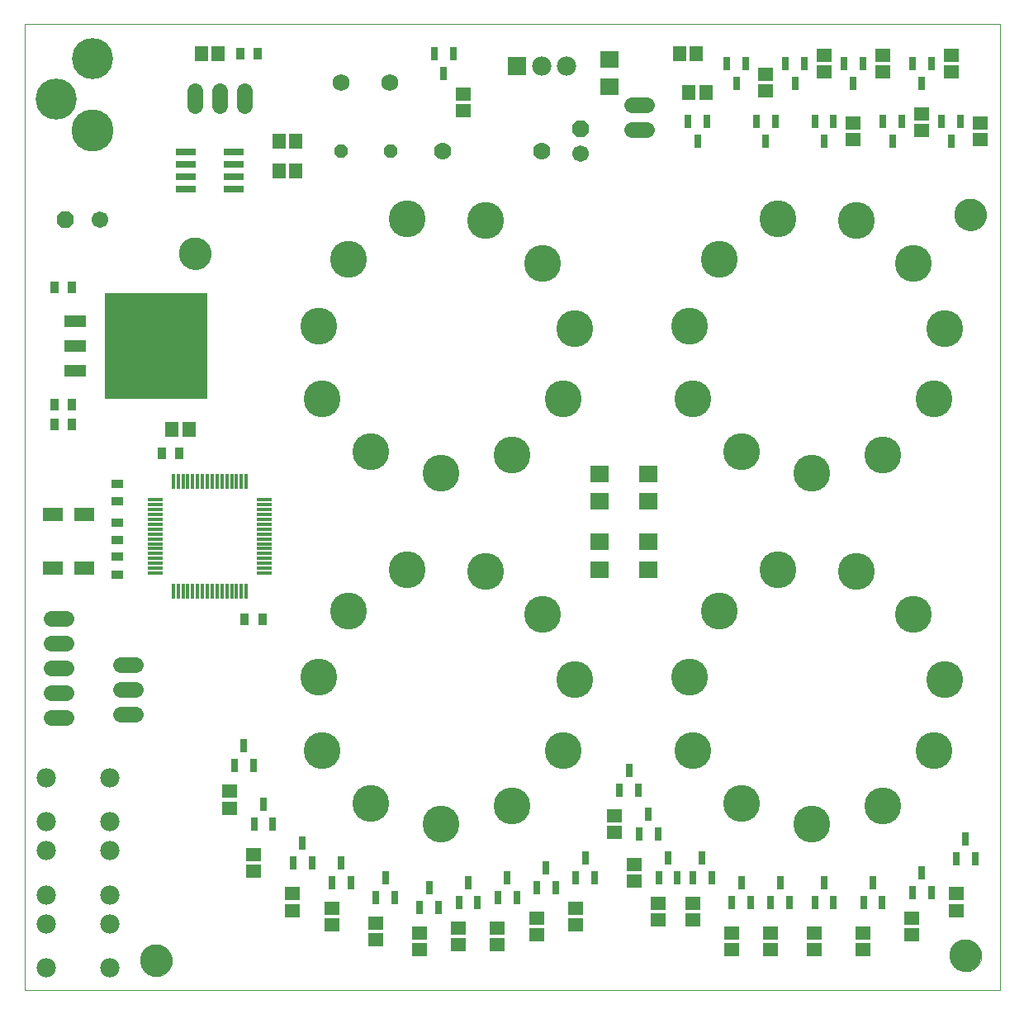
<source format=gts>
G75*
%MOIN*%
%OFA0B0*%
%FSLAX24Y24*%
%IPPOS*%
%LPD*%
%AMOC8*
5,1,8,0,0,1.08239X$1,22.5*
%
%ADD10C,0.0000*%
%ADD11C,0.1300*%
%ADD12C,0.1490*%
%ADD13R,0.0620X0.0150*%
%ADD14R,0.0150X0.0620*%
%ADD15R,0.0820X0.0260*%
%ADD16R,0.0260X0.0560*%
%ADD17R,0.0788X0.0552*%
%ADD18R,0.0512X0.0355*%
%ADD19R,0.4138X0.4292*%
%ADD20R,0.0890X0.0460*%
%ADD21R,0.0355X0.0512*%
%ADD22R,0.0552X0.0631*%
%ADD23C,0.0640*%
%ADD24R,0.0631X0.0552*%
%ADD25R,0.0750X0.0670*%
%ADD26C,0.1700*%
%ADD27C,0.1660*%
%ADD28R,0.0780X0.0780*%
%ADD29C,0.0780*%
%ADD30OC8,0.0670*%
%ADD31C,0.0670*%
%ADD32OC8,0.0560*%
%ADD33C,0.0700*%
%ADD34C,0.0690*%
D10*
X000927Y000574D02*
X000927Y039550D01*
X040297Y039550D01*
X040297Y000574D01*
X000927Y000574D01*
X005612Y001755D02*
X005614Y001805D01*
X005620Y001855D01*
X005630Y001904D01*
X005644Y001952D01*
X005661Y001999D01*
X005682Y002044D01*
X005707Y002088D01*
X005735Y002129D01*
X005767Y002168D01*
X005801Y002205D01*
X005838Y002239D01*
X005878Y002269D01*
X005920Y002296D01*
X005964Y002320D01*
X006010Y002341D01*
X006057Y002357D01*
X006105Y002370D01*
X006155Y002379D01*
X006204Y002384D01*
X006255Y002385D01*
X006305Y002382D01*
X006354Y002375D01*
X006403Y002364D01*
X006451Y002349D01*
X006497Y002331D01*
X006542Y002309D01*
X006585Y002283D01*
X006626Y002254D01*
X006665Y002222D01*
X006701Y002187D01*
X006733Y002149D01*
X006763Y002109D01*
X006790Y002066D01*
X006813Y002022D01*
X006832Y001976D01*
X006848Y001928D01*
X006860Y001879D01*
X006868Y001830D01*
X006872Y001780D01*
X006872Y001730D01*
X006868Y001680D01*
X006860Y001631D01*
X006848Y001582D01*
X006832Y001534D01*
X006813Y001488D01*
X006790Y001444D01*
X006763Y001401D01*
X006733Y001361D01*
X006701Y001323D01*
X006665Y001288D01*
X006626Y001256D01*
X006585Y001227D01*
X006542Y001201D01*
X006497Y001179D01*
X006451Y001161D01*
X006403Y001146D01*
X006354Y001135D01*
X006305Y001128D01*
X006255Y001125D01*
X006204Y001126D01*
X006155Y001131D01*
X006105Y001140D01*
X006057Y001153D01*
X006010Y001169D01*
X005964Y001190D01*
X005920Y001214D01*
X005878Y001241D01*
X005838Y001271D01*
X005801Y001305D01*
X005767Y001342D01*
X005735Y001381D01*
X005707Y001422D01*
X005682Y001466D01*
X005661Y001511D01*
X005644Y001558D01*
X005630Y001606D01*
X005620Y001655D01*
X005614Y001705D01*
X005612Y001755D01*
X007187Y030298D02*
X007189Y030348D01*
X007195Y030398D01*
X007205Y030447D01*
X007219Y030495D01*
X007236Y030542D01*
X007257Y030587D01*
X007282Y030631D01*
X007310Y030672D01*
X007342Y030711D01*
X007376Y030748D01*
X007413Y030782D01*
X007453Y030812D01*
X007495Y030839D01*
X007539Y030863D01*
X007585Y030884D01*
X007632Y030900D01*
X007680Y030913D01*
X007730Y030922D01*
X007779Y030927D01*
X007830Y030928D01*
X007880Y030925D01*
X007929Y030918D01*
X007978Y030907D01*
X008026Y030892D01*
X008072Y030874D01*
X008117Y030852D01*
X008160Y030826D01*
X008201Y030797D01*
X008240Y030765D01*
X008276Y030730D01*
X008308Y030692D01*
X008338Y030652D01*
X008365Y030609D01*
X008388Y030565D01*
X008407Y030519D01*
X008423Y030471D01*
X008435Y030422D01*
X008443Y030373D01*
X008447Y030323D01*
X008447Y030273D01*
X008443Y030223D01*
X008435Y030174D01*
X008423Y030125D01*
X008407Y030077D01*
X008388Y030031D01*
X008365Y029987D01*
X008338Y029944D01*
X008308Y029904D01*
X008276Y029866D01*
X008240Y029831D01*
X008201Y029799D01*
X008160Y029770D01*
X008117Y029744D01*
X008072Y029722D01*
X008026Y029704D01*
X007978Y029689D01*
X007929Y029678D01*
X007880Y029671D01*
X007830Y029668D01*
X007779Y029669D01*
X007730Y029674D01*
X007680Y029683D01*
X007632Y029696D01*
X007585Y029712D01*
X007539Y029733D01*
X007495Y029757D01*
X007453Y029784D01*
X007413Y029814D01*
X007376Y029848D01*
X007342Y029885D01*
X007310Y029924D01*
X007282Y029965D01*
X007257Y030009D01*
X007236Y030054D01*
X007219Y030101D01*
X007205Y030149D01*
X007195Y030198D01*
X007189Y030248D01*
X007187Y030298D01*
X038486Y031873D02*
X038488Y031923D01*
X038494Y031973D01*
X038504Y032022D01*
X038518Y032070D01*
X038535Y032117D01*
X038556Y032162D01*
X038581Y032206D01*
X038609Y032247D01*
X038641Y032286D01*
X038675Y032323D01*
X038712Y032357D01*
X038752Y032387D01*
X038794Y032414D01*
X038838Y032438D01*
X038884Y032459D01*
X038931Y032475D01*
X038979Y032488D01*
X039029Y032497D01*
X039078Y032502D01*
X039129Y032503D01*
X039179Y032500D01*
X039228Y032493D01*
X039277Y032482D01*
X039325Y032467D01*
X039371Y032449D01*
X039416Y032427D01*
X039459Y032401D01*
X039500Y032372D01*
X039539Y032340D01*
X039575Y032305D01*
X039607Y032267D01*
X039637Y032227D01*
X039664Y032184D01*
X039687Y032140D01*
X039706Y032094D01*
X039722Y032046D01*
X039734Y031997D01*
X039742Y031948D01*
X039746Y031898D01*
X039746Y031848D01*
X039742Y031798D01*
X039734Y031749D01*
X039722Y031700D01*
X039706Y031652D01*
X039687Y031606D01*
X039664Y031562D01*
X039637Y031519D01*
X039607Y031479D01*
X039575Y031441D01*
X039539Y031406D01*
X039500Y031374D01*
X039459Y031345D01*
X039416Y031319D01*
X039371Y031297D01*
X039325Y031279D01*
X039277Y031264D01*
X039228Y031253D01*
X039179Y031246D01*
X039129Y031243D01*
X039078Y031244D01*
X039029Y031249D01*
X038979Y031258D01*
X038931Y031271D01*
X038884Y031287D01*
X038838Y031308D01*
X038794Y031332D01*
X038752Y031359D01*
X038712Y031389D01*
X038675Y031423D01*
X038641Y031460D01*
X038609Y031499D01*
X038581Y031540D01*
X038556Y031584D01*
X038535Y031629D01*
X038518Y031676D01*
X038504Y031724D01*
X038494Y031773D01*
X038488Y031823D01*
X038486Y031873D01*
X038290Y001952D02*
X038292Y002002D01*
X038298Y002052D01*
X038308Y002101D01*
X038322Y002149D01*
X038339Y002196D01*
X038360Y002241D01*
X038385Y002285D01*
X038413Y002326D01*
X038445Y002365D01*
X038479Y002402D01*
X038516Y002436D01*
X038556Y002466D01*
X038598Y002493D01*
X038642Y002517D01*
X038688Y002538D01*
X038735Y002554D01*
X038783Y002567D01*
X038833Y002576D01*
X038882Y002581D01*
X038933Y002582D01*
X038983Y002579D01*
X039032Y002572D01*
X039081Y002561D01*
X039129Y002546D01*
X039175Y002528D01*
X039220Y002506D01*
X039263Y002480D01*
X039304Y002451D01*
X039343Y002419D01*
X039379Y002384D01*
X039411Y002346D01*
X039441Y002306D01*
X039468Y002263D01*
X039491Y002219D01*
X039510Y002173D01*
X039526Y002125D01*
X039538Y002076D01*
X039546Y002027D01*
X039550Y001977D01*
X039550Y001927D01*
X039546Y001877D01*
X039538Y001828D01*
X039526Y001779D01*
X039510Y001731D01*
X039491Y001685D01*
X039468Y001641D01*
X039441Y001598D01*
X039411Y001558D01*
X039379Y001520D01*
X039343Y001485D01*
X039304Y001453D01*
X039263Y001424D01*
X039220Y001398D01*
X039175Y001376D01*
X039129Y001358D01*
X039081Y001343D01*
X039032Y001332D01*
X038983Y001325D01*
X038933Y001322D01*
X038882Y001323D01*
X038833Y001328D01*
X038783Y001337D01*
X038735Y001350D01*
X038688Y001366D01*
X038642Y001387D01*
X038598Y001411D01*
X038556Y001438D01*
X038516Y001468D01*
X038479Y001502D01*
X038445Y001539D01*
X038413Y001578D01*
X038385Y001619D01*
X038360Y001663D01*
X038339Y001708D01*
X038322Y001755D01*
X038308Y001803D01*
X038298Y001852D01*
X038292Y001902D01*
X038290Y001952D01*
D11*
X038920Y001952D03*
X039116Y031873D03*
X007817Y030298D03*
X006242Y001755D03*
D12*
X012948Y010246D03*
X014912Y008114D03*
X017747Y007275D03*
X020618Y007996D03*
X022674Y010244D03*
X023129Y013094D03*
X021838Y015717D03*
X019542Y017462D03*
X016380Y017523D03*
X014018Y015882D03*
X012812Y013192D03*
X017747Y021448D03*
X014912Y022287D03*
X012948Y024419D03*
X012812Y027365D03*
X014018Y030055D03*
X016380Y031697D03*
X019542Y031635D03*
X021838Y029890D03*
X023129Y027267D03*
X022674Y024418D03*
X020618Y022169D03*
X027773Y027365D03*
X028979Y030055D03*
X031341Y031697D03*
X034503Y031635D03*
X036799Y029890D03*
X038090Y027267D03*
X037635Y024418D03*
X035579Y022169D03*
X032708Y021448D03*
X029872Y022287D03*
X027909Y024419D03*
X031341Y017523D03*
X028979Y015882D03*
X027773Y013192D03*
X027909Y010246D03*
X029872Y008114D03*
X032708Y007275D03*
X035579Y007996D03*
X037635Y010244D03*
X038090Y013094D03*
X036799Y015717D03*
X034503Y017462D03*
D13*
X010618Y017401D03*
X010618Y017601D03*
X010618Y017801D03*
X010618Y017991D03*
X010618Y018191D03*
X010618Y018391D03*
X010618Y018581D03*
X010618Y018781D03*
X010618Y018981D03*
X010618Y019181D03*
X010618Y019371D03*
X010618Y019571D03*
X010618Y019771D03*
X010618Y019961D03*
X010618Y020161D03*
X010618Y020361D03*
X006198Y020361D03*
X006198Y020161D03*
X006198Y019961D03*
X006198Y019771D03*
X006198Y019571D03*
X006198Y019371D03*
X006198Y019181D03*
X006198Y018981D03*
X006198Y018781D03*
X006198Y018581D03*
X006198Y018391D03*
X006198Y018191D03*
X006198Y017991D03*
X006198Y017801D03*
X006198Y017601D03*
X006198Y017401D03*
D14*
X006928Y016671D03*
X007128Y016671D03*
X007328Y016671D03*
X007518Y016671D03*
X007718Y016671D03*
X007918Y016671D03*
X008108Y016671D03*
X008308Y016671D03*
X008508Y016671D03*
X008708Y016671D03*
X008898Y016671D03*
X009098Y016671D03*
X009298Y016671D03*
X009488Y016671D03*
X009688Y016671D03*
X009888Y016671D03*
X009888Y021091D03*
X009688Y021091D03*
X009488Y021091D03*
X009298Y021091D03*
X009098Y021091D03*
X008898Y021091D03*
X008708Y021091D03*
X008508Y021091D03*
X008308Y021091D03*
X008108Y021091D03*
X007918Y021091D03*
X007718Y021091D03*
X007518Y021091D03*
X007328Y021091D03*
X007128Y021091D03*
X006928Y021091D03*
D15*
X007438Y032895D03*
X007438Y033395D03*
X007438Y033895D03*
X007438Y034395D03*
X009378Y034395D03*
X009378Y033895D03*
X009378Y033395D03*
X009378Y032895D03*
D16*
X017477Y038375D03*
X018237Y038375D03*
X017857Y037575D03*
X027713Y035619D03*
X028473Y035619D03*
X028093Y034819D03*
X030469Y035619D03*
X031229Y035619D03*
X030849Y034819D03*
X032831Y035619D03*
X033591Y035619D03*
X033211Y034819D03*
X035587Y035619D03*
X036347Y035619D03*
X035967Y034819D03*
X037949Y035619D03*
X038709Y035619D03*
X038329Y034819D03*
X037148Y037182D03*
X037528Y037982D03*
X036768Y037982D03*
X034772Y037982D03*
X034012Y037982D03*
X034392Y037182D03*
X032410Y037982D03*
X031650Y037982D03*
X032030Y037182D03*
X030048Y037982D03*
X029288Y037982D03*
X029668Y037182D03*
X009786Y010423D03*
X010166Y009623D03*
X009406Y009623D03*
X010573Y008060D03*
X010193Y007260D03*
X010953Y007260D03*
X012148Y006486D03*
X012528Y005686D03*
X011768Y005686D03*
X013343Y004898D03*
X014103Y004898D03*
X013723Y005698D03*
X015114Y004308D03*
X015874Y004308D03*
X015494Y005108D03*
X016886Y003914D03*
X017646Y003914D03*
X018461Y004111D03*
X019221Y004111D03*
X020036Y004308D03*
X020796Y004308D03*
X020416Y005108D03*
X021610Y004701D03*
X022370Y004701D03*
X021990Y005501D03*
X023185Y005095D03*
X023945Y005095D03*
X023565Y005895D03*
X025744Y006867D03*
X026504Y006867D03*
X026124Y007667D03*
X025717Y008638D03*
X024957Y008638D03*
X025337Y009438D03*
X026912Y005895D03*
X027292Y005095D03*
X027910Y005095D03*
X028670Y005095D03*
X028290Y005895D03*
X029864Y004911D03*
X029484Y004111D03*
X030244Y004111D03*
X031059Y004111D03*
X031819Y004111D03*
X031439Y004911D03*
X032831Y004111D03*
X033591Y004111D03*
X033211Y004911D03*
X034799Y004111D03*
X035559Y004111D03*
X035179Y004911D03*
X036768Y004504D03*
X037528Y004504D03*
X037148Y005304D03*
X038540Y005882D03*
X039300Y005882D03*
X038920Y006682D03*
X026532Y005095D03*
X018841Y004911D03*
X017266Y004714D03*
D17*
X003329Y017601D03*
X002069Y017601D03*
X002069Y019767D03*
X003329Y019767D03*
D18*
X004668Y019432D03*
X004668Y018723D03*
X004668Y018054D03*
X004668Y017345D03*
X004668Y020298D03*
X004668Y021007D03*
D19*
X006258Y026558D03*
D20*
X002978Y026558D03*
X002978Y027558D03*
X002978Y025558D03*
D21*
X002857Y024196D03*
X002148Y024196D03*
X002148Y023408D03*
X002857Y023408D03*
X006479Y022227D03*
X007187Y022227D03*
X009825Y015534D03*
X010534Y015534D03*
X002857Y028920D03*
X002148Y028920D03*
X009628Y038369D03*
X010337Y038369D03*
D22*
X008742Y038369D03*
X008073Y038369D03*
X011223Y034826D03*
X011892Y034826D03*
X011892Y033645D03*
X011223Y033645D03*
X007561Y023211D03*
X006892Y023211D03*
X027364Y038369D03*
X028034Y038369D03*
X027758Y036794D03*
X028427Y036794D03*
D23*
X026031Y036310D02*
X025431Y036310D01*
X025431Y035310D02*
X026031Y035310D01*
X009801Y036282D02*
X009801Y036882D01*
X008801Y036882D02*
X008801Y036282D01*
X007801Y036282D02*
X007801Y036882D01*
X002605Y015566D02*
X002005Y015566D01*
X002005Y014566D02*
X002605Y014566D01*
X002605Y013566D02*
X002005Y013566D01*
X002005Y012566D02*
X002605Y012566D01*
X002605Y011566D02*
X002005Y011566D01*
X004801Y011700D02*
X005401Y011700D01*
X005401Y012700D02*
X004801Y012700D01*
X004801Y013700D02*
X005401Y013700D01*
D24*
X009195Y008586D03*
X009195Y007916D03*
X010179Y006026D03*
X010179Y005357D03*
X011754Y004452D03*
X011754Y003782D03*
X013329Y003861D03*
X013329Y003192D03*
X015101Y003271D03*
X015101Y002601D03*
X016872Y002877D03*
X016872Y002208D03*
X018447Y002404D03*
X018447Y003074D03*
X020022Y003074D03*
X020022Y002404D03*
X021597Y002798D03*
X021597Y003467D03*
X023171Y003192D03*
X023171Y003861D03*
X025534Y004963D03*
X025534Y005633D03*
X024746Y006932D03*
X024746Y007601D03*
X026518Y004058D03*
X026518Y003389D03*
X027896Y003389D03*
X027896Y004058D03*
X029471Y002877D03*
X029471Y002208D03*
X031046Y002208D03*
X031046Y002877D03*
X032817Y002877D03*
X032817Y002208D03*
X034786Y002208D03*
X034786Y002877D03*
X036754Y002798D03*
X036754Y003467D03*
X038526Y003782D03*
X038526Y004452D03*
X039510Y034885D03*
X039510Y035554D03*
X038329Y037641D03*
X038329Y038310D03*
X037148Y035948D03*
X037148Y035278D03*
X034392Y035554D03*
X034392Y034885D03*
X035573Y037641D03*
X035573Y038310D03*
X033211Y038310D03*
X033211Y037641D03*
X030849Y037523D03*
X030849Y036853D03*
X018644Y036735D03*
X018644Y036066D03*
D25*
X024549Y037022D03*
X024549Y038141D03*
X024156Y021409D03*
X024156Y020289D03*
X024156Y018653D03*
X024156Y017534D03*
X026124Y017534D03*
X026124Y018653D03*
X026124Y020289D03*
X026124Y021409D03*
D26*
X003683Y035267D03*
D27*
X002202Y036519D03*
X003673Y038150D03*
D28*
X020794Y037855D03*
D29*
X021794Y037855D03*
X022794Y037855D03*
X004373Y009141D03*
X004373Y007361D03*
X004373Y006188D03*
X004373Y004408D03*
X004373Y003235D03*
X004373Y001455D03*
X001813Y001455D03*
X001813Y003235D03*
X001813Y004408D03*
X001813Y006188D03*
X001813Y007361D03*
X001813Y009141D03*
D30*
X002590Y031676D03*
X023368Y035326D03*
D31*
X023368Y034326D03*
X003990Y031676D03*
D32*
X013707Y034432D03*
X015707Y034432D03*
D33*
X017825Y034432D03*
X021825Y034432D03*
D34*
X015692Y037188D03*
X013722Y037188D03*
M02*

</source>
